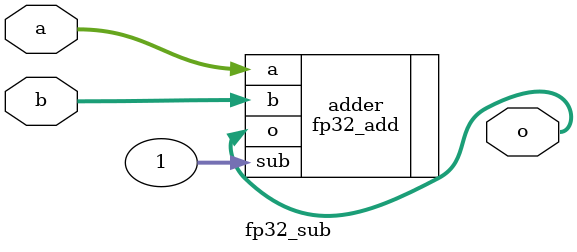
<source format=v>
`timescale 1ns / 1ps


module fp32_sub (
    input wire [31:0] a,  // FP32 input A
    input wire [31:0] b,  // FP32 input B
    output wire [31:0] o  // FP32 output (A - B)
);


    // Instantiate FP32 Adder (Assuming it's named 'fp32_add')
    fp32_add adder (
        .a(a),
        .b(b),
        .o(o),
        .sub(1)
    );

endmodule
</source>
